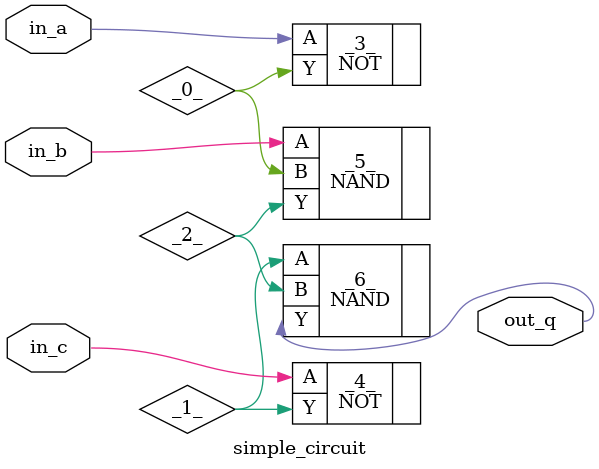
<source format=v>
/* Generated by Yosys 0.46 (git sha1 e97731b9d, clang++ 16.0.0 -fPIC -O3) */

(* src = "simple_circuit.sv:1.1-8.10" *)
module simple_circuit(in_a, in_b, in_c, out_q);
  wire _0_;
  wire _1_;
  wire _2_;
  (* src = "simple_circuit.sv:2.15-2.19" *)
  input in_a;
  wire in_a;
  (* src = "simple_circuit.sv:3.15-3.19" *)
  input in_b;
  wire in_b;
  (* src = "simple_circuit.sv:4.15-4.19" *)
  input in_c;
  wire in_c;
  (* src = "simple_circuit.sv:5.16-5.21" *)
  output out_q;
  wire out_q;
  NOT _3_ (
    .A(in_a),
    .Y(_0_)
  );
  NOT _4_ (
    .A(in_c),
    .Y(_1_)
  );
  NAND _5_ (
    .A(in_b),
    .B(_0_),
    .Y(_2_)
  );
  NAND _6_ (
    .A(_1_),
    .B(_2_),
    .Y(out_q)
  );
endmodule

</source>
